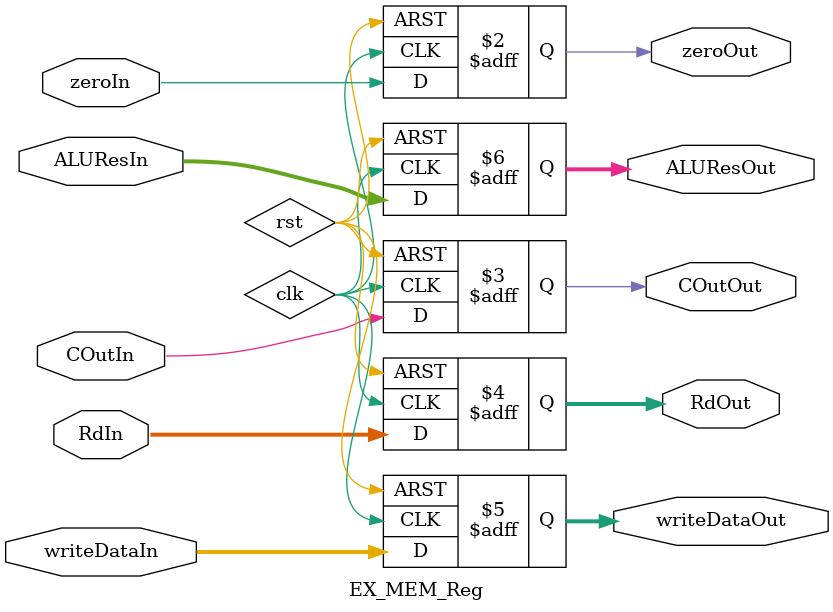
<source format=sv>
module EX_MEM_Reg(input zeroIn, COutIn, input[2:0] RdIn, input[7:0] writeDataIn, ALUResIn, 
  output logic zeroOut, COutOut, output logic[2:0] RdOut, output logic[7:0] writeDataOut , ALUResOut);
	always@(posedge clk,posedge rst)begin
    if(rst) begin
      zeroOut <= 1'b0; 
      COutOut <= 1'b0;
      writeDataOut <= 8'b0;
      ALUResOut <= 8'b0;
      RdOut <= 3'b0;
    end
    else begin
      zeroOut <= zeroIn; 
      COutOut <= COutIn;
      writeDataOut <= writeDataIn;
      ALUResOut <= ALUResIn;
      RdOut <= RdIn;
    end
  end
endmodule 
</source>
